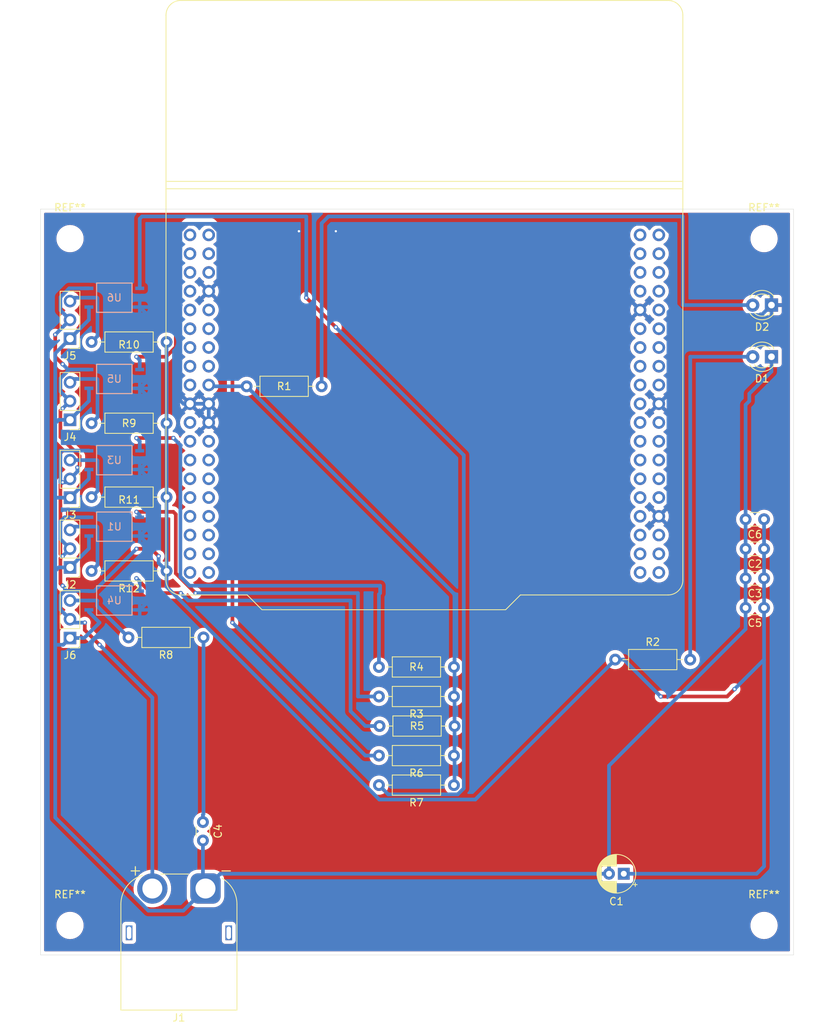
<source format=kicad_pcb>
(kicad_pcb (version 20240108) (generator "pcbnew") (generator_version "8.0")
  (layers (0 "F.Cu" signal) (31 "B.Cu" signal) (34 "B.Paste" user) (35 "F.Paste" user) (36 "B.SilkS" user "B.Silkscreen") (37 "F.SilkS" user "F.Silkscreen") (38 "B.Mask" user) (39 "F.Mask" user) (44 "Edge.Cuts" user))
  (net 0 "")
  (net 1 "VCC")
  (net 2 "GND1")
  (net 3 "Net-(D1-A)")
  (net 4 "GND")
  (net 5 "Net-(D2-A)")
  (net 6 "servo1")
  (net 7 "servo2")
  (net 8 "servo4")
  (net 9 "servo5")
  (net 10 "servo3")
  (net 11 "+5V")
  (net 12 "Net-(R3-Pad2)")
  (net 13 "Net-(R4-Pad2)")
  (net 14 "Net-(R5-Pad2)")
  (net 15 "Net-(R6-Pad2)")
  (net 16 "Net-(R7-Pad2)")
  (net 17 "B6")
  (net 29 "C6")
  (net 32 "B9")
  (net 56 "B8")
  (net 62 "B7")
  (net 77 "Net-(C4-Pad1)")
  (footprint "Resistor_THT:R_Axial_DIN0207_L6.3mm_D2.5mm_P10.16mm_Horizontal" (layer "F.Cu") (at 116.92 81)
    (property "Reference" "R1" (at 5.08 0 360) (layer "F.SilkS"))
    (property "Value" "220")
    (pad "1" thru_hole circle (at 0 0) (size 1.6 1.6) (drill 0.8) (layers "*.Cu" "*.Mask") (net 11 "+5V"))
    (pad "2" thru_hole oval (at 10.16 0) (size 1.6 1.6) (drill 0.8) (layers "*.Cu" "*.Mask") (net 5 "Net-(D2-A)"))
  )
  (footprint "Connector_PinHeader_2.54mm:PinHeader_1x03_P2.54mm_Vertical" (layer "F.Cu") (at 93 74.54 180)
    (property "Reference" "J5" (at 0 -2.33 360) (layer "F.SilkS"))
    (property "Value" "Conn_01x03")
    (pad "1" thru_hole rect (at 0 0 180) (size 1.7 1.7) (drill 1) (layers "*.Cu" "*.Mask") (net 2 "GND1"))
    (pad "2" thru_hole oval (at 0 2.54 180) (size 1.7 1.7) (drill 1) (layers "*.Cu" "*.Mask") (net 1 "VCC"))
    (pad "3" thru_hole oval (at 0 5.08 180) (size 1.7 1.7) (drill 1) (layers "*.Cu" "*.Mask") (net 9 "servo5"))
  )
  (footprint "MountingHole:MountingHole_3.2mm_M3" (layer "F.Cu") (at 93 61)
    (property "Reference" "REF**" (at 0 -4.2 0) (layer "F.SilkS"))
    (property "Value" "MountingHole_3.2mm_M3")
    (pad "" np_thru_hole circle (at 0 0) (size 3.2 3.2) (drill 3.2) (layers "*.Cu" "*.Mask"))
  )
  (footprint "NUCLEO_F446RE:STM32F446RE_Nucleo" (layer "F.Cu") (at 139.914214 81.664214)
    (property "Reference" "U2" (hide yes))
    (property "Value" "~" (hide yes))
    (pad "1" thru_hole circle (at -28.124214 -5.924214) (size 1.7 1.7) (drill 1) (layers "*.Cu" "*.Mask"))
    (pad "2" thru_hole circle (at -30.664214 -13.544214) (size 1.7 1.7) (drill 1) (layers "*.Cu" "*.Mask"))
    (pad "3" thru_hole circle (at -28.124214 -8.464214) (size 1.7 1.7) (drill 1) (layers "*.Cu" "*.Mask"))
    (pad "4" thru_hole circle (at 30.295786 -13.544214) (size 1.7 1.7) (drill 1) (layers "*.Cu" "*.Mask"))
    (pad "5" thru_hole circle (at -30.664214 -16.084214) (size 1.7 1.7) (drill 1) (layers "*.Cu" "*.Mask"))
    (pad "6" thru_hole circle (at -30.664214 19.475786) (size 1.7 1.7) (drill 1) (layers "*.Cu" "*.Mask"))
    (pad "7" thru_hole circle (at -28.124214 6.775786) (size 1.7 1.7) (drill 1) (layers "*.Cu" "*.Mask"))
    (pad "8" thru_hole circle (at 32.835786 -13.544214) (size 1.7 1.7) (drill 1) (layers "*.Cu" "*.Mask"))
    (pad "9" thru_hole circle (at -28.124214 -16.084214) (size 1.7 1.7) (drill 1) (layers "*.Cu" "*.Mask"))
    (pad "10" thru_hole circle (at -28.124214 -0.844214) (size 1.7 1.7) (drill 1) (layers "*.Cu" "*.Mask") (net 11 "+5V"))
    (pad "11" thru_hole circle (at -28.124214 -3.384214) (size 1.7 1.7) (drill 1) (layers "*.Cu" "*.Mask"))
    (pad "12" thru_hole circle (at -28.124214 11.855786) (size 1.7 1.7) (drill 1) (layers "*.Cu" "*.Mask"))
    (pad "13" thru_hole circle (at -28.124214 14.395786) (size 1.7 1.7) (drill 1) (layers "*.Cu" "*.Mask"))
    (pad "14" thru_hole circle (at 30.295786 22.015786) (size 1.7 1.7) (drill 1) (layers "*.Cu" "*.Mask"))
    (pad "15" thru_hole circle (at 30.295786 24.555786) (size 1.7 1.7) (drill 1) (layers "*.Cu" "*.Mask"))
    (pad "16" thru_hole circle (at -28.124214 16.935786) (size 1.7 1.7) (drill 1) (layers "*.Cu" "*.Mask"))
    (pad "17" thru_hole circle (at 30.295786 -8.464214) (size 1.7 1.7) (drill 1) (layers "*.Cu" "*.Mask"))
    (pad "18" thru_hole circle (at 30.295786 -5.924214) (size 1.7 1.7) (drill 1) (layers "*.Cu" "*.Mask"))
    (pad "19" thru_hole circle (at 30.295786 -3.384214) (size 1.7 1.7) (drill 1) (layers "*.Cu" "*.Mask"))
    (pad "20" thru_hole circle (at 30.295786 6.775786) (size 1.7 1.7) (drill 1) (layers "*.Cu" "*.Mask"))
    (pad "21" thru_hole circle (at 30.295786 4.235786) (size 1.7 1.7) (drill 1) (layers "*.Cu" "*.Mask"))
    (pad "22" thru_hole circle (at 30.295786 19.475786) (size 1.7 1.7) (drill 1) (layers "*.Cu" "*.Mask"))
    (pad "23" thru_hole circle (at 32.835786 -5.924214) (size 1.7 1.7) (drill 1) (layers "*.Cu" "*.Mask"))
    (pad "24" thru_hole circle (at 32.835786 -8.464214) (size 1.7 1.7) (drill 1) (layers "*.Cu" "*.Mask"))
    (pad "25" thru_hole circle (at -30.664214 -5.924214) (size 1.7 1.7) (drill 1) (layers "*.Cu" "*.Mask"))
    (pad "26" thru_hole circle (at -30.664214 -3.384214) (size 1.7 1.7) (drill 1) (layers "*.Cu" "*.Mask"))
    (pad "27" thru_hole circle (at -30.664214 -0.844214) (size 1.7 1.7) (drill 1) (layers "*.Cu" "*.Mask"))
    (pad "28" thru_hole circle (at -28.124214 -18.624214) (size 1.7 1.7) (drill 1) (layers "*.Cu" "*.Mask"))
    (pad "29" thru_hole circle (at -30.664214 14.395786) (size 1.7 1.7) (drill 1) (layers "*.Cu" "*.Mask"))
    (pad "30" thru_hole circle (at -30.664214 16.935786) (size 1.7 1.7) (drill 1) (layers "*.Cu" "*.Mask"))
    (pad "31" thru_hole circle (at -28.124214 19.475786) (size 1.7 1.7) (drill 1) (layers "*.Cu" "*.Mask"))
    (pad "32" thru_hole circle (at 32.835786 6.775786) (size 1.7 1.7) (drill 1) (layers "*.Cu" "*.Mask"))
    (pad "33" thru_hole circle (at 32.835786 4.235786) (size 1.7 1.7) (drill 1) (layers "*.Cu" "*.Mask"))
    (pad "34" thru_hole circle (at 30.295786 16.935786) (size 1.7 1.7) (drill 1) (layers "*.Cu" "*.Mask"))
    (pad "35" thru_hole circle (at 30.295786 11.855786) (size 1.7 1.7) (drill 1) (layers "*.Cu" "*.Mask"))
    (pad "36" thru_hole circle (at 30.295786 14.395786) (size 1.7 1.7) (drill 1) (layers "*.Cu" "*.Mask"))
    (pad "37" thru_hole circle (at 30.295786 -0.844214) (size 1.7 1.7) (drill 1) (layers "*.Cu" "*.Mask") (net 17 "B6"))
    (pad "38" thru_hole circle (at -30.664214 4.235786) (size 1.7 1.7) (drill 1) (layers "*.Cu" "*.Mask") (net 62 "B7"))
    (pad "39" thru_hole circle (at 30.295786 -18.624214) (size 1.7 1.7) (drill 1) (layers "*.Cu" "*.Mask") (net 56 "B8"))
    (pad "40" thru_hole circle (at 30.295786 -16.084214) (size 1.7 1.7) (drill 1) (layers "*.Cu" "*.Mask") (net 32 "B9"))
    (pad "41" thru_hole circle (at 30.295786 9.315786) (size 1.7 1.7) (drill 1) (layers "*.Cu" "*.Mask"))
    (pad "42" thru_hole circle (at 32.835786 -3.384214) (size 1.7 1.7) (drill 1) (layers "*.Cu" "*.Mask"))
    (pad "43" thru_hole circle (at 32.835786 14.395786) (size 1.7 1.7) (drill 1) (layers "*.Cu" "*.Mask"))
    (pad "44" thru_hole circle (at 32.835786 11.855786) (size 1.7 1.7) (drill 1) (layers "*.Cu" "*.Mask"))
    (pad "45" thru_hole circle (at 32.835786 9.315786) (size 1.7 1.7) (drill 1) (layers "*.Cu" "*.Mask"))
    (pad "46" thru_hole circle (at -28.124214 24.555786) (size 1.7 1.7) (drill 1) (layers "*.Cu" "*.Mask"))
    (pad "47" thru_hole circle (at -28.124214 22.015786) (size 1.7 1.7) (drill 1) (layers "*.Cu" "*.Mask"))
    (pad "48" thru_hole circle (at -30.664214 22.015786) (size 1.7 1.7) (drill 1) (layers "*.Cu" "*.Mask"))
    (pad "49" thru_hole circle (at -30.664214 24.555786) (size 1.7 1.7) (drill 1) (layers "*.Cu" "*.Mask"))
    (pad "50" thru_hole circle (at 32.835786 19.475786) (size 1.7 1.7) (drill 1) (layers "*.Cu" "*.Mask"))
    (pad "51" thru_hole circle (at 32.835786 -16.084214) (size 1.7 1.7) (drill 1) (layers "*.Cu" "*.Mask"))
    (pad "52" thru_hole circle (at 32.835786 -18.624214) (size 1.7 1.7) (drill 1) (layers "*.Cu" "*.Mask") (net 29 "C6"))
    (pad "53" thru_hole circle (at 30.295786 1.695786) (size 1.7 1.7) (drill 1) (layers "*.Cu" "*.Mask"))
    (pad "54" thru_hole circle (at 32.835786 -21.164214) (size 1.7 1.7) (drill 1) (layers "*.Cu" "*.Mask"))
    (pad "55" thru_hole circle (at 30.295786 -21.164214) (size 1.7 1.7) (drill 1) (layers "*.Cu" "*.Mask"))
    (pad "56" thru_hole circle (at -30.664214 -21.164214) (size 1.7 1.7) (drill 1) (layers "*.Cu" "*.Mask"))
    (pad "57" thru_hole circle (at -28.124214 -21.164214) (size 1.7 1.7) (drill 1) (layers "*.Cu" "*.Mask"))
    (pad "58" thru_hole circle (at -30.664214 -18.624214) (size 1.7 1.7) (drill 1) (layers "*.Cu" "*.Mask"))
    (pad "59" thru_hole circle (at -30.664214 6.775786) (size 1.7 1.7) (drill 1) (layers "*.Cu" "*.Mask"))
    (pad "60" thru_hole circle (at -30.664214 9.315786) (size 1.7 1.7) (drill 1) (layers "*.Cu" "*.Mask"))
    (pad "61" thru_hole circle (at -30.664214 11.855786) (size 1.7 1.7) (drill 1) (layers "*.Cu" "*.Mask"))
    (pad "62" thru_hole circle (at -30.664214 1.695786) (size 1.7 1.7) (drill 1) (layers "*.Cu" "*.Mask") (net 4 "GND"))
    (pad "62" thru_hole circle (at -28.124214 -13.544214) (size 1.7 1.7) (drill 1) (layers "*.Cu" "*.Mask") (net 4 "GND"))
    (pad "62" thru_hole circle (at -28.124214 1.695786) (size 1.7 1.7) (drill 1) (layers "*.Cu" "*.Mask") (net 4 "GND"))
    (pad "62" thru_hole circle (at -28.124214 4.235786) (size 1.7 1.7) (drill 1) (layers "*.Cu" "*.Mask") (net 4 "GND"))
    (pad "62" thru_hole circle (at 30.295786 -11.004214) (size 1.7 1.7) (drill 1) (layers "*.Cu" "*.Mask") (net 4 "GND"))
    (pad "62" thru_hole circle (at 32.835786 1.695786) (size 1.7 1.7) (drill 1) (layers "*.Cu" "*.Mask") (net 4 "GND"))
    (pad "62" thru_hole circle (at 32.835786 16.935786) (size 1.7 1.7) (drill 1) (layers "*.Cu" "*.Mask") (net 4 "GND"))
    (pad "63" thru_hole circle (at -30.664214 -8.464214) (size 1.7 1.7) (drill 1) (layers "*.Cu" "*.Mask"))
    (pad "64" thru_hole circle (at -28.124214 -11.004214) (size 1.7 1.7) (drill 1) (layers "*.Cu" "*.Mask"))
    (pad "65" thru_hole circle (at -30.664214 -11.004214) (size 1.7 1.7) (drill 1) (layers "*.Cu" "*.Mask"))
    (pad "66" thru_hole circle (at -28.124214 9.315786) (size 1.7 1.7) (drill 1) (layers "*.Cu" "*.Mask"))
    (pad "67" thru_hole circle (at 32.835786 -11.004214) (size 1.7 1.7) (drill 1) (layers "*.Cu" "*.Mask"))
    (pad "68" thru_hole circle (at 32.835786 -0.844214) (size 1.7 1.7) (drill 1) (layers "*.Cu" "*.Mask"))
    (pad "69" thru_hole circle (at 32.835786 22.015786) (size 1.7 1.7) (drill 1) (layers "*.Cu" "*.Mask"))
    (pad "70" thru_hole circle (at 32.835786 24.555786) (size 1.7 1.7) (drill 1) (layers "*.Cu" "*.Mask"))
  )
  (footprint "LED_THT:LED_D3.0mm" (layer "F.Cu") (at 188 70 180)
    (property "Reference" "D2" (at 1.27 -2.96 360) (layer "F.SilkS"))
    (property "Value" "LED")
    (pad "1" thru_hole rect (at 0 0 180) (size 1.8 1.8) (drill 0.9) (layers "*.Cu" "*.Mask") (net 4 "GND"))
    (pad "2" thru_hole circle (at 2.54 0 180) (size 1.8 1.8) (drill 0.9) (layers "*.Cu" "*.Mask") (net 5 "Net-(D2-A)"))
  )
  (footprint "Capacitor_THT:C_Disc_D3.0mm_W1.6mm_P2.50mm" (layer "F.Cu") (at 187 103 180)
    (property "Reference" "C2" (at 1.25 -2.05 360) (layer "F.SilkS"))
    (property "Value" "0.1u")
    (pad "1" thru_hole circle (at 0 0 180) (size 1.6 1.6) (drill 0.8) (layers "*.Cu" "*.Mask") (net 1 "VCC"))
    (pad "2" thru_hole circle (at 2.5 0 180) (size 1.6 1.6) (drill 0.8) (layers "*.Cu" "*.Mask") (net 2 "GND1"))
  )
  (footprint "Resistor_THT:R_Axial_DIN0207_L6.3mm_D2.5mm_P10.16mm_Horizontal" (layer "F.Cu") (at 145 131 180)
    (property "Reference" "R6" (at 5.08 -2.37 360) (layer "F.SilkS"))
    (property "Value" "220")
    (pad "1" thru_hole circle (at 0 0 180) (size 1.6 1.6) (drill 0.8) (layers "*.Cu" "*.Mask") (net 11 "+5V"))
    (pad "2" thru_hole oval (at 10.16 0 180) (size 1.6 1.6) (drill 0.8) (layers "*.Cu" "*.Mask") (net 15 "Net-(R6-Pad2)"))
  )
  (footprint "MountingHole:MountingHole_3.2mm_M3" (layer "F.Cu") (at 187 154)
    (property "Reference" "REF**" (at 0 -4.2 0) (layer "F.SilkS"))
    (property "Value" "MountingHole_3.2mm_M3")
    (pad "" np_thru_hole circle (at 0 0) (size 3.2 3.2) (drill 3.2) (layers "*.Cu" "*.Mask"))
  )
  (footprint "Resistor_THT:R_Axial_DIN0207_L6.3mm_D2.5mm_P10.16mm_Horizontal" (layer "F.Cu") (at 145.08 127 180)
    (property "Reference" "R5" (at 5.08 0 360) (layer "F.SilkS"))
    (property "Value" "220")
    (pad "1" thru_hole circle (at 0 0 180) (size 1.6 1.6) (drill 0.8) (layers "*.Cu" "*.Mask") (net 11 "+5V"))
    (pad "2" thru_hole oval (at 10.16 0 180) (size 1.6 1.6) (drill 0.8) (layers "*.Cu" "*.Mask") (net 14 "Net-(R5-Pad2)"))
  )
  (footprint "Capacitor_THT:C_Disc_D3.0mm_W1.6mm_P2.50mm" (layer "F.Cu") (at 187 111 180)
    (property "Reference" "C5" (at 1.25 -2.05 360) (layer "F.SilkS"))
    (property "Value" "0.1u")
    (pad "1" thru_hole circle (at 0 0 180) (size 1.6 1.6) (drill 0.8) (layers "*.Cu" "*.Mask") (net 1 "VCC"))
    (pad "2" thru_hole circle (at 2.5 0 180) (size 1.6 1.6) (drill 0.8) (layers "*.Cu" "*.Mask") (net 2 "GND1"))
  )
  (footprint "Resistor_THT:R_Axial_DIN0207_L6.3mm_D2.5mm_P10.16mm_Horizontal" (layer "F.Cu") (at 145 123 180)
    (property "Reference" "R3" (at 5.08 -2.37 360) (layer "F.SilkS"))
    (property "Value" "220")
    (pad "1" thru_hole circle (at 0 0 180) (size 1.6 1.6) (drill 0.8) (layers "*.Cu" "*.Mask") (net 11 "+5V"))
    (pad "2" thru_hole oval (at 10.16 0 180) (size 1.6 1.6) (drill 0.8) (layers "*.Cu" "*.Mask") (net 12 "Net-(R3-Pad2)"))
  )
  (footprint "Connector_PinHeader_2.54mm:PinHeader_1x03_P2.54mm_Vertical" (layer "F.Cu") (at 93 115.08 180)
    (property "Reference" "J6" (at 0 -2.33 360) (layer "F.SilkS"))
    (property "Value" "Conn_01x03")
    (pad "1" thru_hole rect (at 0 0 180) (size 1.7 1.7) (drill 1) (layers "*.Cu" "*.Mask") (net 2 "GND1"))
    (pad "2" thru_hole oval (at 0 2.54 180) (size 1.7 1.7) (drill 1) (layers "*.Cu" "*.Mask") (net 1 "VCC"))
    (pad "3" thru_hole oval (at 0 5.08 180) (size 1.7 1.7) (drill 1) (layers "*.Cu" "*.Mask") (net 10 "servo3"))
  )
  (footprint "MountingHole:MountingHole_3.2mm_M3" (layer "F.Cu") (at 187 61)
    (property "Reference" "REF**" (at 0 -4.2 0) (layer "F.SilkS"))
    (property "Value" "MountingHole_3.2mm_M3")
    (pad "" np_thru_hole circle (at 0 0) (size 3.2 3.2) (drill 3.2) (layers "*.Cu" "*.Mask"))
  )
  (footprint "Connector_AMASS:AMASS_XT60PW-M_1x02_P7.20mm_Horizontal" (layer "F.Cu") (at 111.35 149 180)
    (property "Reference" "J1" (at 3.6 -17.5 360) (layer "F.SilkS"))
    (property "Value" "Conn_01x02")
    (fp_text user "+" (at 9.5 2.5 360) (layer "F.SilkS") (effects (font (size 1.5 1.5))))
    (fp_text user "-" (at -2.8 2.5 360) (layer "F.SilkS") (effects (font (size 1.5 1.5))))
    (pad "" thru_hole rect (at -3.15 -6 180) (size 0.9 2) (drill oval 0.6 1.7) (layers "*.Cu" "*.Mask"))
    (pad "" thru_hole rect (at 10.35 -6 180) (size 0.9 2) (drill oval 0.6 1.7) (layers "*.Cu" "*.Mask"))
    (pad "1" thru_hole roundrect (at 0 0 180) (size 4.1 4.1) (drill 2.7) (layers "*.Cu" "*.Mask") (net 2 "GND1"))
    (pad "2" thru_hole circle (at 7.2 0 180) (size 4.1 4.1) (drill 2.7) (layers "*.Cu" "*.Mask") (net 1 "VCC"))
  )
  (footprint "Connector_PinHeader_2.54mm:PinHeader_1x03_P2.54mm_Vertical" (layer "F.Cu") (at 93 96.08 180)
    (property "Reference" "J3" (at 0 -2.33 360) (layer "F.SilkS"))
    (property "Value" "Conn_01x03")
    (pad "1" thru_hole rect (at 0 0 180) (size 1.7 1.7) (drill 1) (layers "*.Cu" "*.Mask") (net 2 "GND1"))
    (pad "2" thru_hole oval (at 0 2.54 180) (size 1.7 1.7) (drill 1) (layers "*.Cu" "*.Mask") (net 1 "VCC"))
    (pad "3" thru_hole oval (at 0 5.08 180) (size 1.7 1.7) (drill 1) (layers "*.Cu" "*.Mask") (net 7 "servo2"))
  )
  (footprint "Resistor_THT:R_Axial_DIN0207_L6.3mm_D2.5mm_P10.16mm_Horizontal" (layer "F.Cu") (at 145 119 180)
    (property "Reference" "R4" (at 5.08 0 360) (layer "F.SilkS"))
    (property "Value" "220")
    (pad "1" thru_hole circle (at 0 0 180) (size 1.6 1.6) (drill 0.8) (layers "*.Cu" "*.Mask") (net 11 "+5V"))
    (pad "2" thru_hole oval (at 10.16 0 180) (size 1.6 1.6) (drill 0.8) (layers "*.Cu" "*.Mask") (net 13 "Net-(R4-Pad2)"))
  )
  (footprint "Resistor_THT:R_Axial_DIN0207_L6.3mm_D2.5mm_P10.16mm_Horizontal" (layer "F.Cu") (at 106.08 75 180)
    (property "Reference" "R10" (at 5.08 -0.37 360) (layer "F.SilkS"))
    (property "Value" "2k")
    (pad "1" thru_hole circle (at 0 0 180) (size 1.6 1.6) (drill 0.8) (layers "*.Cu" "*.Mask") (net 1 "VCC"))
    (pad "2" thru_hole oval (at 10.16 0 180) (size 1.6 1.6) (drill 0.8) (layers "*.Cu" "*.Mask") (net 9 "servo5"))
  )
  (footprint "Resistor_THT:R_Axial_DIN0207_L6.3mm_D2.5mm_P10.16mm_Horizontal" (layer "F.Cu") (at 166.84 118)
    (property "Reference" "R2" (at 5.08 -2.37 360) (layer "F.SilkS"))
    (property "Value" "220")
    (pad "1" thru_hole circle (at 0 0) (size 1.6 1.6) (drill 0.8) (layers "*.Cu" "*.Mask") (net 1 "VCC"))
    (pad "2" thru_hole oval (at 10.16 0) (size 1.6 1.6) (drill 0.8) (layers "*.Cu" "*.Mask") (net 3 "Net-(D1-A)"))
  )
  (footprint "Connector_PinHeader_2.54mm:PinHeader_1x03_P2.54mm_Vertical" (layer "F.Cu") (at 93 85.54 180)
    (property "Reference" "J4" (at 0 -2.33 360) (layer "F.SilkS"))
    (property "Value" "Conn_01x03")
    (pad "1" thru_hole rect (at 0 0 180) (size 1.7 1.7) (drill 1) (layers "*.Cu" "*.Mask") (net 2 "GND1"))
    (pad "2" thru_hole oval (at 0 2.54 180) (size 1.7 1.7) (drill 1) (layers "*.Cu" "*.Mask") (net 1 "VCC"))
    (pad "3" thru_hole oval (at 0 5.08 180) (size 1.7 1.7) (drill 1) (layers "*.Cu" "*.Mask") (net 8 "servo4"))
  )
  (footprint "Capacitor_THT:C_Disc_D3.0mm_W1.6mm_P2.50mm" (layer "F.Cu") (at 187 107 180)
    (property "Reference" "C3" (at 1.25 -2.05 360) (layer "F.SilkS"))
    (property "Value" "0.1u")
    (pad "1" thru_hole circle (at 0 0 180) (size 1.6 1.6) (drill 0.8) (layers "*.Cu" "*.Mask") (net 1 "VCC"))
    (pad "2" thru_hole circle (at 2.5 0 180) (size 1.6 1.6) (drill 0.8) (layers "*.Cu" "*.Mask") (net 2 "GND1"))
  )
  (footprint "Capacitor_THT:CP_Radial_D5.0mm_P2.00mm" (layer "F.Cu") (at 168 147 180)
    (property "Reference" "C1" (at 1 -3.75 360) (layer "F.SilkS"))
    (property "Value" "330μf")
    (pad "1" thru_hole rect (at 0 0 180) (size 1.6 1.6) (drill 0.8) (layers "*.Cu" "*.Mask") (net 1 "VCC"))
    (pad "2" thru_hole circle (at 2 0 180) (size 1.6 1.6) (drill 0.8) (layers "*.Cu" "*.Mask") (net 2 "GND1"))
  )
  (footprint "Resistor_THT:R_Axial_DIN0207_L6.3mm_D2.5mm_P10.16mm_Horizontal" (layer "F.Cu") (at 111.08 115 180)
    (property "Reference" "R8" (at 5.08 -2.37 360) (layer "F.SilkS"))
    (property "Value" "2k")
    (pad "1" thru_hole circle (at 0 0 180) (size 1.6 1.6) (drill 0.8) (layers "*.Cu" "*.Mask") (net 77 "Net-(C4-Pad1)"))
    (pad "2" thru_hole oval (at 10.16 0 180) (size 1.6 1.6) (drill 0.8) (layers "*.Cu" "*.Mask") (net 10 "servo3"))
  )
  (footprint "Connector_PinHeader_2.54mm:PinHeader_1x03_P2.54mm_Vertical" (layer "F.Cu") (at 93 105.525 180)
    (property "Reference" "J2" (at 0 -2.33 360) (layer "F.SilkS"))
    (property "Value" "Conn_01x03")
    (pad "1" thru_hole rect (at 0 0 180) (size 1.7 1.7) (drill 1) (layers "*.Cu" "*.Mask") (net 2 "GND1"))
    (pad "2" thru_hole oval (at 0 2.54 180) (size 1.7 1.7) (drill 1) (layers "*.Cu" "*.Mask") (net 1 "VCC"))
    (pad "3" thru_hole oval (at 0 5.08 180) (size 1.7 1.7) (drill 1) (layers "*.Cu" "*.Mask") (net 6 "servo1"))
  )
  (footprint "Resistor_THT:R_Axial_DIN0207_L6.3mm_D2.5mm_P10.16mm_Horizontal" (layer "F.Cu") (at 106.08 106 180)
    (property "Reference" "R12" (at 5.08 -2.37 360) (layer "F.SilkS"))
    (property "Value" "2k")
    (pad "1" thru_hole circle (at 0 0 180) (size 1.6 1.6) (drill 0.8) (layers "*.Cu" "*.Mask") (net 1 "VCC"))
    (pad "2" thru_hole oval (at 10.16 0 180) (size 1.6 1.6) (drill 0.8) (layers "*.Cu" "*.Mask") (net 6 "servo1"))
  )
  (footprint "LED_THT:LED_D3.0mm" (layer "F.Cu") (at 188 77 180)
    (property "Reference" "D1" (at 1.27 -2.96 360) (layer "F.SilkS"))
    (property "Value" "LED3")
    (pad "1" thru_hole rect (at 0 0 180) (size 1.8 1.8) (drill 0.9) (layers "*.Cu" "*.Mask") (net 2 "GND1"))
    (pad "2" thru_hole circle (at 2.54 0 180) (size 1.8 1.8) (drill 0.9) (layers "*.Cu" "*.Mask") (net 3 "Net-(D1-A)"))
  )
  (footprint "Resistor_THT:R_Axial_DIN0207_L6.3mm_D2.5mm_P10.16mm_Horizontal" (layer "F.Cu") (at 145 135 180)
    (property "Reference" "R7" (at 5.08 -2.37 360) (layer "F.SilkS"))
    (property "Value" "220")
    (pad "1" thru_hole circle (at 0 0 180) (size 1.6 1.6) (drill 0.8) (layers "*.Cu" "*.Mask") (net 11 "+5V"))
    (pad "2" thru_hole oval (at 10.16 0 180) (size 1.6 1.6) (drill 0.8) (layers "*.Cu" "*.Mask") (net 16 "Net-(R7-Pad2)"))
  )
  (footprint "MountingHole:MountingHole_3.2mm_M3" (layer "F.Cu") (at 93 154)
    (property "Reference" "REF**" (at 0 -4.2 0) (layer "F.SilkS"))
    (property "Value" "MountingHole_3.2mm_M3")
    (pad "" np_thru_hole circle (at 0 0) (size 3.2 3.2) (drill 3.2) (layers "*.Cu" "*.Mask"))
  )
  (footprint "Capacitor_THT:C_Disc_D3.0mm_W1.6mm_P2.50mm" (layer "F.Cu") (at 111 140 -90)
    (property "Reference" "C4" (at 1.25 -2.05 90) (layer "F.SilkS"))
    (property "Value" "0.1u")
    (pad "1" thru_hole circle (at 0 0 270) (size 1.6 1.6) (drill 0.8) (layers "*.Cu" "*.Mask") (net 77 "Net-(C4-Pad1)"))
    (pad "2" thru_hole circle (at 2.5 0 270) (size 1.6 1.6) (drill 0.8) (layers "*.Cu" "*.Mask") (net 2 "GND1"))
  )
  (footprint "Resistor_THT:R_Axial_DIN0207_L6.3mm_D2.5mm_P10.16mm_Horizontal" (layer "F.Cu") (at 106.08 96 180)
    (property "Reference" "R11" (at 5.08 -0.37 360) (layer "F.SilkS"))
    (property "Value" "2k")
    (pad "1" thru_hole circle (at 0 0 180) (size 1.6 1.6) (drill 0.8) (layers "*.Cu" "*.Mask") (net 1 "VCC"))
    (pad "2" thru_hole oval (at 10.16 0 180) (size 1.6 1.6) (drill 0.8) (layers "*.Cu" "*.Mask") (net 7 "servo2"))
  )
  (footprint "Resistor_THT:R_Axial_DIN0207_L6.3mm_D2.5mm_P10.16mm_Horizontal" (layer "F.Cu") (at 106.08 86 180)
    (property "Reference" "R9" (at 5.08 0 360) (layer "F.SilkS"))
    (property "Value" "2k")
    (pad "1" thru_hole circle (at 0 0 180) (size 1.6 1.6) (drill 0.8) (layers "*.Cu" "*.Mask") (net 1 "VCC"))
    (pad "2" thru_hole oval (at 10.16 0 180) (size 1.6 1.6) (drill 0.8) (layers "*.Cu" "*.Mask") (net 8 "servo4"))
  )
  (footprint "Capacitor_THT:C_Disc_D3.0mm_W1.6mm_P2.50mm" (layer "F.Cu") (at 187 99 180)
    (property "Reference" "C6" (at 1.25 -2.05 360) (layer "F.SilkS"))
    (property "Value" "0.1u")
    (pad "1" thru_hole circle (at 0 0 180) (size 1.6 1.6) (drill 0.8) (layers "*.Cu" "*.Mask") (net 1 "VCC"))
    (pad "2" thru_hole circle (at 2.5 0 180) (size 1.6 1.6) (drill 0.8) (layers "*.Cu" "*.Mask") (net 2 "GND1"))
  )
  (footprint "footprints:5pin SO6_TOS" (layer "B.Cu") (at 99 110 180)
    (property "Reference" "U4" (at 0 0 0) (layer "B.SilkS") (effects (justify mirror)))
    (property "Value" "TLP2304")
    (pad "1" smd rect (at -3.4417 1.27 180) (size 1.208024 0.466344) (layers "B.Cu" "B.Paste" "B.Mask") (net 14 "Net-(R5-Pad2)"))
    (pad "3" smd rect (at -3.4417 -1.27 180) (size 1.208024 0.466344) (layers "B.Cu" "B.Paste" "B.Mask") (net 4 "GND"))
    (pad "4" smd rect (at 3.4417 -1.27 180) (size 1.208024 0.466344) (layers "B.Cu" "B.Paste" "B.Mask") (net 2 "GND1"))
    (pad "5" smd rect (at 3.4417 0 180) (size 1.208024 0.466344) (layers "B.Cu" "B.Paste" "B.Mask") (net 10 "servo3"))
    (pad "6" smd rect (at 3.4417 1.27 180) (size 1.208024 0.466344) (layers "B.Cu" "B.Paste" "B.Mask") (net 1 "VCC"))
  )
  (footprint "footprints:5pin SO6_TOS" (layer "B.Cu") (at 99 69 180)
    (property "Reference" "U6" (at 0 0 0) (layer "B.SilkS") (effects (justify mirror)))
    (property "Value" "TLP2304")
    (pad "1" smd rect (at -3.4417 1.27 180) (size 1.208024 0.466344) (layers "B.Cu" "B.Paste" "B.Mask") (net 16 "Net-(R7-Pad2)"))
    (pad "3" smd rect (at -3.4417 -1.27 180) (size 1.208024 0.466344) (layers "B.Cu" "B.Paste" "B.Mask") (net 4 "GND"))
    (pad "4" smd rect (at 3.4417 -1.27 180) (size 1.208024 0.466344) (layers "B.Cu" "B.Paste" "B.Mask") (net 2 "GND1"))
    (pad "5" smd rect (at 3.4417 0 180) (size 1.208024 0.466344) (layers "B.Cu" "B.Paste" "B.Mask") (net 9 "servo5"))
    (pad "6" smd rect (at 3.4417 1.27 180) (size 1.208024 0.466344) (layers "B.Cu" "B.Paste" "B.Mask") (net 1 "VCC"))
  )
  (footprint "footprints:5pin SO6_TOS" (layer "B.Cu") (at 99 80 180)
    (property "Reference" "U5" (at 0 0 0) (layer "B.SilkS") (effects (justify mirror)))
    (property "Value" "TLP2304")
    (pad "1" smd rect (at -3.4417 1.27 180) (size 1.208024 0.466344) (layers "B.Cu" "B.Paste" "B.Mask") (net 15 "Net-(R6-Pad2)"))
    (pad "3" smd rect (at -3.4417 -1.27 180) (size 1.208024 0.466344) (layers "B.Cu" "B.Paste" "B.Mask") (net 4 "GND"))
    (pad "4" smd rect (at 3.4417 -1.27 180) (size 1.208024 0.466344) (layers "B.Cu" "B.Paste" "B.Mask") (net 2 "GND1"))
    (pad "5" smd rect (at 3.4417 0 180) (size 1.208024 0.466344) (layers "B.Cu" "B.Paste" "B.Mask") (net 8 "servo4"))
    (pad "6" smd rect (at 3.4417 1.27 180) (size 1.208024 0.466344) (layers "B.Cu" "B.Paste" "B.Mask") (net 1 "VCC"))
  )
  (footprint "footprints:5pin SO6_TOS" (layer "B.Cu") (at 99 91 180)
    (property "Reference" "U3" (at 0 0 0) (layer "B.SilkS") (effects (justify mirror)))
    (property "Value" "TLP2304")
    (pad "1" smd rect (at -3.4417 1.27 180) (size 1.208024 0.466344) (layers "B.Cu" "B.Paste" "B.Mask") (net 13 "Net-(R4-Pad2)"))
    (pad "3" smd rect (at -3.4417 -1.27 180) (size 1.208024 0.466344) (layers "B.Cu" "B.Paste" "B.Mask") (net 4 "GND"))
    (pad "4" smd rect (at 3.4417 -1.27 180) (size 1.208024 0.466344) (layers "B.Cu" "B.Paste" "B.Mask") (net 2 "GND1"))
    (pad "5" smd rect (at 3.4417 0 180) (size 1.208024 0.466344) (layers "B.Cu" "B.Paste" "B.Mask") (net 7 "servo2"))
    (pad "6" smd rect (at 3.4417 1.27 180) (size 1.208024 0.466344) (layers "B.Cu" "B.Paste" "B.Mask") (net 1 "VCC"))
  )
  (footprint "footprints:5pin SO6_TOS" (layer "B.Cu") (at 99 100 180)
    (property "Reference" "U1" (at 0 0 0) (layer "B.SilkS") (effects (justify mirror)))
    (property "Value" "TLP2304")
    (pad "1" smd rect (at -3.4417 1.27 180) (size 1.208024 0.466344) (layers "B.Cu" "B.Paste" "B.Mask") (net 12 "Net-(R3-Pad2)"))
    (pad "3" smd rect (at -3.4417 -1.27 180) (size 1.208024 0.466344) (layers "B.Cu" "B.Paste" "B.Mask") (net 4 "GND"))
    (pad "4" smd rect (at 3.4417 -1.27 180) (size 1.208024 0.466344) (layers "B.Cu" "B.Paste" "B.Mask") (net 2 "GND1"))
    (pad "5" smd rect (at 3.4417 0 180) (size 1.208024 0.466344) (layers "B.Cu" "B.Paste" "B.Mask") (net 6 "servo1"))
    (pad "6" smd rect (at 3.4417 1.27 180) (size 1.208024 0.466344) (layers "B.Cu" "B.Paste" "B.Mask") (net 1 "VCC"))
  )
  (gr_rect (start 89 57) (end 191 158) (stroke (width 0.05)) (fill none) (layer "Edge.Cuts"))
  (segment (start 92 94) (end 91.7 94.3) (width 0.5) (layer "F.Cu") (net 1))
  (segment (start 97 116) (end 95 114) (width 0.5) (layer "F.Cu") (net 1))
  (segment (start 94.3 90.461522) (end 94.3 91.7) (width 0.5) (layer "F.Cu") (net 1))
  (segment (start 95 114) (end 95 113) (width 0.5) (layer "F.Cu") (net 1))
  (segment (start 94.3 91.7) (end 94 92) (width 0.5) (layer "F.Cu") (net 1))
  (segment (start 91.7 107.7) (end 91.7 104.3) (width 0.5) (layer "F.Cu") (net 1))
  (segment (start 102 103) (end 104 103) (width 0.5) (layer "F.Cu") (net 1))
  (segment (start 173 123) (end 182 123) (width 0.5) (layer "F.Cu") (net 1))
  (segment (start 92 78) (end 91 77) (width 0.5) (layer "F.Cu") (net 1))
  (segment (start 91.7 103.7) (end 92 104) (width 0.5) (layer "F.Cu") (net 1))
  (segment (start 91 77) (end 91 74) (width 0.5) (layer "F.Cu") (net 1))
  (segment (start 91.7 104.3) (end 92 104) (width 0.5) (layer "F.Cu") (net 1))
  (segment (start 104 103) (end 105 104) (width 0.5) (layer "F.Cu") (net 1))
  (segment (start 92 108) (end 91.7 107.7) (width 0.5) (layer "F.Cu") (net 1))
  (segment (start 182 123) (end 183 122) (width 0.5) (layer "F.Cu") (net 1))
  (segment (start 92 84) (end 91.7 84.3) (width 0.5) (layer "F.Cu") (net 1))
  (segment (start 91.7 94.3) (end 91.7 103.7) (width 0.5) (layer "F.Cu") (net 1))
  (segment (start 91.7 84.3) (end 91.7 87.861522) (width 0.5) (layer "F.Cu") (net 1))
  (segment (start 91.7 87.861522) (end 94.3 90.461522) (width 0.5) (layer "F.Cu") (net 1))
  (via (at 94 92) (size 0.6) (drill 0.3) (layers "F.Cu" "B.Cu") (net 1))
  (via (at 105 104) (size 0.6) (drill 0.3) (layers "F.Cu" "B.Cu") (net 1))
  (via (at 92 104) (size 0.6) (drill 0.3) (layers "F.Cu" "B.Cu") (net 1))
  (via (at 91 74) (size 0.6) (drill 0.3) (layers "F.Cu" "B.Cu") (net 1))
  (via (at 92 78) (size 0.6) (drill 0.3) (layers "F.Cu" "B.Cu") (net 1))
  (via (at 95 113) (size 0.6) (drill 0.3) (layers "F.Cu" "B.Cu") (net 1))
  (via (at 173 123) (size 0.6) (drill 0.3) (layers "F.Cu" "B.Cu") (net 1))
  (via (at 92 108) (size 0.6) (drill 0.3) (layers "F.Cu" "B.Cu") (net 1))
  (via (at 183 122) (size 0.6) (drill 0.3) (layers "F.Cu" "B.Cu") (net 1))
  (via (at 97 116) (size 0.6) (drill 0.3) (layers "F.Cu" "B.Cu") (net 1))
  (via (at 92 84) (size 0.6) (drill 0.3) (layers "F.Cu" "B.Cu") (net 1))
  (via (at 102 103) (size 0.6) (drill 0.3) (layers "F.Cu" "B.Cu") (net 1))
  (via (at 92 94) (size 0.6) (drill 0.3) (layers "F.Cu" "B.Cu") (net 1))
  (segment (start 95.5583 108.73) (end 95.5283 108.7) (width 0.5) (layer "B.Cu") (net 1))
  (segment (start 187 146) (end 186 147) (width 0.5) (layer "B.Cu") (net 1))
  (segment (start 91.7 68.921522) (end 91.7 70.7) (width 0.5) (layer "B.Cu") (net 1))
  (segment (start 186 147) (end 168 147) (width 0.5) (layer "B.Cu") (net 1))
  (segment (start 91.7 94) (end 92 94) (width 0.5) (layer "B.Cu") (net 1))
  (segment (start 94 92) (end 94 92.54) (width 0.5) (layer "B.Cu") (net 1))
  (segment (start 187 146) (end 187 118) (width 0.5) (layer "B.Cu") (net 1))
  (segment (start 92.27 98.73) (end 91.7 99.3) (width 0.5) (layer "B.Cu") (net 1))
  (segment (start 93.46 113) (end 93 112.54) (width 0.5) (layer "B.Cu") (net 1))
  (segment (start 92.3 108.7) (end 92.3 108.3) (width 0.5) (layer "B.Cu") (net 1))
  (segment (start 91.7 99.3) (end 91.7 101.685) (width 0.5) (layer "B.Cu") (net 1))
  (segment (start 104.15 149) (end 104.15 123.15) (width 0.5) (layer "B.Cu") (net 1))
  (segment (start 95.5283 108.7) (end 92.3 108.7) (width 0.5) (layer "B.Cu") (net 1))
  (segment (start 134.889339 136.95) (end 147.89 136.95) (width 0.5) (layer "B.Cu") (net 1))
  (segment (start 106.08 108.140661) (end 134.889339 136.95) (width 0.5) (layer "B.Cu") (net 1))
  (segment (start 166.84 118) (end 168 118) (width 0.5) (layer "B.Cu") (net 1))
  (segment (start 106.08 86) (end 106.08 96) (width 0.5) (layer "B.Cu") (net 1))
  (segment (start 92 104) (end 92 103.985) (width 0.5) (layer "B.Cu") (net 1))
  (segment (start 92.891522 67.73) (end 91.7 68.921522) (width 0.5) (layer "B.Cu") (net 1))
  (segment (start 92 94) (end 92.54 94) (width 0.5) (layer "B.Cu") (net 1))
  (segment (start 92.3 108.7) (end 91.7 109.3) (width 0.5) (layer "B.Cu") (net 1))
  (segment (start 168 118) (end 173 123) (width 0.5) (layer "B.Cu") (net 1))
  (segment (start 105 104.92) (end 106.08 106) (width 0.5) (layer "B.Cu") (net 1))
  (segment (start 92.810761 78.810761) (end 92 78) (width 0.5) (layer "B.Cu") (net 1))
  (segment (start 95.5583 78.73) (end 92.891522 78.73) (width 0.5) (layer "B.Cu") (net 1))
  (segment (start 92.3 108.3) (end 92 108) (width 0.5) (layer "B.Cu") (net 1))
  (segment (start 105 104) (end 105 104.92) (width 0.5) (layer "B.Cu") (net 1))
  (segment (start 106.08 106) (end 106.08 108.140661) (width 0.5) (layer "B.Cu") (net 1))
  (segment (start 91.7 79.921522) (end 91.7 81.7) (width 0.5) (layer "B.Cu") (net 1))
  (segment (start 91.7 81.7) (end 93 83) (width 0.5) (layer "B.Cu") (net 1))
  (segment (start 95 113) (end 93.46 113) (width 0.5) (layer "B.Cu") (net 1))
  (segment (start 95.5583 89.73) (end 95.5283 89.7) (width 0.5) (layer "B.Cu") (net 1))
  (segment (start 91.7 109.3) (end 91.7 111.24) (width 0.5) (layer "B.Cu") (net 1))
  (segment (start 96.27 108.73) (end 102 103) (width 0.5) (layer "B.Cu") (net 1))
  (segment (start 92.54 94) (end 93 93.54) (width 0.5) (layer "B.Cu") (net 1))
  (segment (start 92 103.985) (end 93 102.985) (width 0.5) (layer "B.Cu") (net 1))
  (segment (start 106.08 75) (end 106.08 86) (width 0.5) (layer "B.Cu") (net 1))
  (segment (start 91.7 89.7) (end 91.7 94) (width 0.5) (layer "B.Cu") (net 1))
  (segment (start 187 118) (end 187 99) (width 0.5) (layer "B.Cu") (net 1))
  (segment (start 95.5583 98.73) (end 92.27 98.73) (width 0.5) (layer "B.Cu") (net 1))
  (segment (start 91 74) (end 93 72) (width 0.5) (layer "B.Cu") (net 1))
  (segment (start 91.7 101.685) (end 93 102.985) (width 0.5) (layer "B.Cu") (net 1))
  (segment (start 91.7 111.24) (end 93 112.54) (width 0.5) (layer "B.Cu") (net 1))
  (segment (start 95.5583 108.73) (end 96.27 108.73) (width 0.5) (layer "B.Cu") (net 1))
  (segment (start 95.5583 67.73) (end 92.891522 67.73) (width 0.5) (layer "B.Cu") (net 1))
  (segment (start 104.15 123.15) (end 97 116) (width 0.5) (layer "B.Cu") (net 1))
  (segment (start 147.89 136.95) (end 166.84 118) (width 0.5) (layer "B.Cu") (net 1))
  (segment (start 94 92.54) (end 93 93.54) (width 0.5) (layer "B.Cu") (net 1))
  (segment (start 93 83) (end 92 84) (width 0.5) (layer "B.Cu") (net 1))
  (segment (start 95.5283 89.7) (end 91.7 89.7) (width 0.5) (layer "B.Cu") (net 1))
  (segment (start 92.891522 78.73) (end 92.810761 78.810761) (width 0.5) (layer "B.Cu") (net 1))
  (segment (start 92.810761 78.810761) (end 91.7 79.921522) (width 0.5) (layer "B.Cu") (net 1))
  (segment (start 106.08 96) (end 106.08 106) (width 0.5) (layer "B.Cu") (net 1))
  (segment (start 183 122) (end 187 118) (width 0.5) (layer "B.Cu") (net 1))
  (segment (start 91.7 70.7) (end 93 72) (width 0.5) (layer "B.Cu") (net 1))
  (segment (start 112.85 150.5) (end 111.35 149) (width 0.5) (layer "B.Cu") (net 2))
  (segment (start 184.5 111) (end 184.5 83.5) (width 0.5) (layer "B.Cu") (net 2))
  (segment (start 95.5583 111.5583) (end 97 113) (width 0.5) (layer "B.Cu") (net 2))
  (segment (start 91 96) (end 91.08 96.08) (width 0.5) (layer "B.Cu") (net 2))
  (segment (start 91 86) (end 91 76.54) (width 0.5) (layer "B.Cu") (net 2))
  (segment (start 91 106) (end 91 96) (width 0.5) (layer "B.Cu") (net 2))
  (segment (start 185 82) (end 188 79) (width 0.5) (layer "B.Cu") (net 2))
  (segment (start 166 132.367767) (end 166 147) (width 0.5) (layer "B.Cu") (net 2))
  (segment (start 97 113) (end 94.92 115.08) (width 0.5) (layer "B.Cu") (net 2))
  (segment (start 91.46 85.54) (end 93 85.54) (width 0.5) (layer "B.Cu") (net 2))
  (segment (start 95.5583 101.27) (end 95.5583 102.9667) (width 0.5) (layer "B.Cu") (net 2))
  (segment (start 91 116) (end 91 106) (width 0.5) (layer "B.Cu") (net 2))
  (segment (start 95.5583 71.9817) (end 93 74.54) (width 0.5) (layer "B.Cu") (net 2))
  (segment (start 91 76.54) (end 93 74.54) (width 0.5) (layer "B.Cu") (net 2))
  (segment (start 94.92 115.08) (end 93 115.08) (width 0.5) (layer "B.Cu") (net 2))
  (segment (start 185 83) (end 185 82) (width 0.5) (layer "B.Cu") (net 2))
  (segment (start 91 96) (end 91 86) (width 0.5) (layer "B.Cu") (net 2))
  (segment (start 103.614466 152) (end 91 139.385534) (width 0.5) (layer "B.Cu") (net 2))
  (segment (start 91.475 105.525) (end 93 105.525) (width 0.5) (layer "B.Cu") (net 2))
  (segment (start 113.35 147) (end 111.35 149) (width 0.5) (layer "B.Cu") (net 2))
  (segment (start 95.5583 111.27) (end 95.5583 111.5583) (width 0.5) (layer "B.Cu") (net 2))
  (segment (start 91 86) (end 91.46 85.54) (width 0.5) (layer "B.Cu") (net 2))
  (segment (start 95.5583 93.5217) (end 93 96.08) (width 0.5) (layer "B.Cu") (net 2))
  (segment (start 166 147) (end 113.35 147) (width 0.5) (layer "B.Cu") (net 2))
  (segment (start 95.5583 102.9667) (end 93 105.525) (width 0.5) (layer "B.Cu") (net 2))
  (segment (start 95.5583 92.27) (end 95.5583 93.5217) (width 0.5) (layer "B.Cu") (net 2))
  (segment (start 91.08 96.08) (end 93 96.08) (width 0.5) (layer "B.Cu") (net 2))
  (segment (start 111 142.5) (end 111 148.65) (width 0.5) (layer "B.Cu") (net 2))
  (segment (start 95.5583 82.9817) (end 93 85.54) (width 0.5) (layer "B.Cu") (net 2))
  (segment (start 92.08 116) (end 93 115.08) (width 0.5) (layer "B.Cu") (net 2))
  (segment (start 111 148.65) (end 111.35 149) (width 0.5) (layer "B.Cu") (net 2))
  (segment (start 91 139.385534) (end 91 116) (width 0.5) (layer "B.Cu") (net 2))
  (segment (start 184.5 111) (end 184.5 113.867767) (width 0.5) (layer "B.Cu") (net 2))
  (segment (start 111.35 149) (end 108.35 152) (width 0.5) (layer "B.Cu") (net 2))
  (segment (start 184.5 83.5) (end 185 83) (width 0.5) (layer "B.Cu") (net 2))
  (segment (start 95.5583 70.27) (end 95.5583 71.9817) (width 0.5) (layer "B.Cu") (net 2))
  (segment (start 91 106) (end 91.475 105.525) (width 0.5) (layer "B.Cu") (net 2))
  (segment (start 91 116) (end 92.08 116) (width 0.5) (layer "B.Cu") (net 2))
  (segment (start 108.35 152) (end 103.614466 152) (width 0.5) (layer "B.Cu") (net 2))
  (segment (start 184.5 113.867767) (end 166 132.367767) (width 0.5) (layer "B.Cu") (net 2))
  (segment (start 188 79) (end 188 77) (width 0.5) (layer "B.Cu") (net 2))
  (segment (start 95.5583 81.27) (end 95.5583 82.9817) (width 0.5) (layer "B.Cu") (net 2))
  (segment (start 185.46 77) (end 177 77) (width 0.5) (layer "B.Cu") (net 3))
  (segment (start 177 77) (end 177 118) (width 0.5) (layer "B.Cu") (net 3))
  (segment (start 124 60) (end 129 60) (width 0.5) (layer "F.Cu") (net 4))
  (via (at 124 60) (size 0.6) (drill 0.3) (layers "F.Cu" "B.Cu") (net 4))
  (via (at 129 60) (size 0.6) (drill 0.3) (layers "F.Cu" "B.Cu") (net 4))
  (via (at 124 60) (size 0.6) (drill 0.3) (layers "F.Cu" "B.Cu") (net 4))
  (segment (start 107.95 69.95) (end 108 70) (width 0.5) (layer "B.Cu") (net 4))
  (segment (start 103.495712 82.324012) (end 103.495712 91.215988) (width 0.5) (layer "B.Cu") (net 4))
  (segment (start 108.36 83.36) (end 107.95 82.95) (width 0.5) (layer "B.Cu") (net 4))
  (segment (start 103.495712 91.215988) (end 102.4417 92.27) (width 0.5) (layer "B.Cu") (net 4))
  (segment (start 129 60) (end 168 60) (width 0.5) (layer "B.Cu") (net 4))
  (segment (start 168 59) (end 168 60) (width 0.5) (layer "B.Cu") (net 4))
  (segment (start 176.360051 71.35) (end 175 69.989949) (width 0.5) (layer "B.Cu") (net 4))
  (segment (start 174.05 70.939949) (end 175 69.989949) (width 0.5) (layer "B.Cu") (net 4))
  (segment (start 112.128478 59) (end 113.09 59.961522) (width 0.5) (layer "B.Cu") (net 4))
  (segment (start 107.95 82.95) (end 107.95 69.95) (width 0.5) (layer "B.Cu") (net 4))
  (segment (start 103.495712 80.215988) (end 102.4417 81.27) (width 0.5) (layer "B.Cu") (net 4))
  (segment (start 175 69.989949) (end 175 60.911522) (width 0.5) (layer "B.Cu") (net 4))
  (segment (start 172.75 83.36) (end 174.05 82.06) (width 0.5) (layer "B.Cu") (net 4))
  (segment (start 108 70) (end 107.73 70.27) (width 0.5) (layer "B.Cu") (net 4))
  (segment (start 102.4417 92.27) (end 103.495712 93.324012) (width 0.5) (layer "B.Cu") (net 4))
  (segment (start 107.95 59.961522) (end 108.911522 59) (width 0.5) (layer "B.Cu") (net 4))
  (segment (start 113.09 59.961522) (end 123.961522 59.961522) (width 0.5) (layer "B.Cu") (net 4))
  (segment (start 111.79 83.36) (end 111.79 85.9) (width 0.5) (layer "B.Cu") (net 4))
  (segment (start 102.4417 111.27) (end 103.495712 110.215988) (width 0.5) (layer "B.Cu") (net 4))
  (segment (start 107.95 69.95) (end 107.95 59.961522) (width 0.5) (layer "B.Cu") (net 4))
  (segment (start 174.05 97.3) (end 174.05 82.06) (width 0.5) (layer "B.Cu") (net 4))
  (segment (start 102.4417 70.27) (end 103.495712 71.324012) (width 0.5) (layer "B.Cu") (net 4))
  (segment (start 103.495712 71.324012) (end 103.495712 80.215988) (width 0.5) (layer "B.Cu") (net 4))
  (segment (start 107.73 70.27) (end 102.4417 70.27) (width 0.5) (layer "B.Cu") (net 4))
  (segment (start 109.25 83.36) (end 108.36 83.36) (width 0.5) (layer "B.Cu") (net 4))
  (segment (start 123.961522 59.961522) (end 124 60) (width 0.5) (layer "B.Cu") (net 4))
  (segment (start 186.65 71.35) (end 176.360051 71.35) (width 0.5) (layer "B.Cu") (net 4))
  (segment (start 172.75 98.6) (end 174.05 97.3) (width 0.5) (layer "B.Cu") (net 4))
  (segment (start 168 68.45) (end 170.21 70.66) (width 0.5) (layer "B.Cu") (net 4))
  (segment (start 103.495712 110.215988) (end 103.495712 102.324012) (width 0.5) (layer "B.Cu") (net 4))
  (segment (start 113.09 66.82) (end 111.79 68.12) (width 0.5) (layer "B.Cu") (net 4))
  (segment (start 173.088478 59) (end 168 59) (width 0.5) (layer "B.Cu") (net 4))
  (segment (start 103.495712 102.324012) (end 102.4417 101.27) (width 0.5) (layer "B.Cu") (net 4))
  (segment (start 174.05 82.06) (end 174.05 70.939949) (width 0.5) (layer "B.Cu") (net 4))
  (segment (start 103.495712 100.215988) (end 102.4417 101.27) (width 0.5) (layer "B.Cu") (net 4))
  (segment (start 108.911522 59) (end 112.128478 59) (width 0.5) (layer "B.Cu") (net 4))
  (segment (start 168 60) (end 168 68.45) (width 0.5) (layer "B.Cu") (net 4))
  (segment (start 103.495712 93.324012) (end 103.495712 100.215988) (width 0.5) (layer "B.Cu") (net 4))
  (segment (start 113.09 59.961522) (end 113.09 66.82) (width 0.5) (layer "B.Cu") (net 4))
  (segment (start 111.79 83.36) (end 109.25 83.36) (width 0.5) (layer "B.Cu") (net 4))
  (segment (start 175 60.911522) (end 173.088478 59) (width 0.5) (layer "B.Cu") (net 4))
  (segment (start 188 70) (end 186.65 71.35) (width 0.5) (layer "B.Cu") (net 4))
  (segment (start 102.4417 81.27) (end 103.495712 82.324012) (width 0.5) (layer "B.Cu") (net 4))
  (segment (start 127.08 58.92) (end 128 58) (width 0.5) (layer "B.Cu") (net 5))
  (segment (start 176 58) (end 176 70) (width 0.5) (layer "B.Cu") (net 5))
  (segment (start 176 70) (end 185.46 70) (width 0.5) (layer "B.Cu") (net 5))
  (segment (start 127.08 81) (end 127.08 58.92) (width 0.5) (layer "B.Cu") (net 5))
  (segment (start 128 58) (end 176 58) (width 0.5) (layer "B.Cu") (net 5))
  (segment (start 96.719999 100.057687) (end 96.662312 100) (width 0.5) (layer "B.Cu") (net 6))
  (segment (start 96.662312 100) (end 95.5583 100) (width 0.5) (layer "B.Cu") (net 6))
  (segment (start 96.719999 105.200001) (end 96.719999 100.057687) (width 0.5) (layer "B.Cu") (net 6))
  (segment (start 93.445 100) (end 93 100.445) (width 0.5) (layer "B.Cu") (net 6))
  (segment (start 95.5583 100) (end 93.445 100) (width 0.5) (layer "B.Cu") (net 6))
  (segment (start 95.92 106) (end 96.719999 105.200001) (width 0.5) (layer "B.Cu") (net 6))
  (segment (start 96.719999 95.200001) (end 96.719999 91.057687) (width 0.5) (layer "B.Cu") (net 7))
  (segment (start 95.92 96) (end 96.719999 95.200001) (width 0.5) (layer "B.Cu") (net 7))
  (segment (start 96.719999 91.057687) (end 96.662312 91) (width 0.5) (layer "B.Cu") (net 7))
  (segment (start 96.662312 91) (end 95.5583 91) (width 0.5) (layer "B.Cu") (net 7))
  (segment (start 95.5583 91) (end 93 91) (width 0.5) (layer "B.Cu") (net 7))
  (segment (start 96.662312 80) (end 95.5583 80) (width 0.5) (layer "B.Cu") (net 8))
  (segment (start 93.46 80) (end 93 80.46) (width 0.5) (layer "B.Cu") (net 8))
  (segment (start 96.719999 80.057687) (end 96.662312 80) (width 0.5) (layer "B.Cu") (net 8))
  (segment (start 96.719999 85.200001) (end 96.719999 80.057687) (width 0.5) (layer "B.Cu") (net 8))
  (segment (start 95.5583 80) (end 93.46 80) (width 0.5) (layer "B.Cu") (net 8))
  (segment (start 95.92 86) (end 96.719999 85.200001) (width 0.5) (layer "B.Cu") (net 8))
  (segment (start 95.92 75) (end 96.719999 74.200001) (width 0.5) (layer "B.Cu") (net 9))
  (segment (start 96.719999 69.057687) (end 96.662312 69) (width 0.5) (layer "B.Cu") (net 9))
  (segment (start 96.719999 74.200001) (end 96.719999 69.057687) (width 0.5) (layer "B.Cu") (net 9))
  (segment (start 95.5583 69) (end 93.46 69) (width 0.5) (layer "B.Cu") (net 9))
  (segment (start 93.46 69) (end 93 69.46) (width 0.5) (layer "B.Cu") (net 9))
  (segment (start 96.662312 69) (end 95.5583 69) (width 0.5) (layer "B.Cu") (net 9))
  (segment (start 93 110) (end 95.5583 110) (width 0.5) (layer "B.Cu") (net 10))
  (segment (start 100.92 115) (end 96.662312 110.742312) (width 0.5) (layer "B.Cu") (net 10))
  (segment (start 96.662312 110.742312) (end 96.662312 110) (width 0.5) (layer "B.Cu") (net 10))
  (segment (start 96.662312 110) (end 95.5583 110) (width 0.5) (layer "B.Cu") (net 10))
  (segment (start 96.719999 110.057687) (end 96.662312 110) (width 0.5) (layer "B.Cu") (net 10))
  (segment (start 116.92 81) (end 111.97 81) (width 0.5) (layer "B.Cu") (net 11))
  (segment (start 145.08 134.92) (end 145 135) (width 0.5) (layer "B.Cu") (net 11))
  (segment (start 145.08 118) (end 145.08 109.16) (width 0.5) (layer "B.Cu") (net 11))
  (segment (start 145.08 118) (end 145.08 134.92) (width 0.5) (layer "B.Cu") (net 11))
  (segment (start 145.08 109.16) (end 116.92 81) (width 0.5) (layer "B.Cu") (net 11))
  (segment (start 111.97 81) (end 111.79 80.82) (width 0.5) (layer "B.Cu") (net 11))
  (segment (start 107.33 106.33) (end 110 109) (width 0.5) (layer "F.Cu") (net 12))
  (segment (start 102 98) (end 107 98) (width 0.5) (layer "F.Cu") (net 12))
  (segment (start 107.33 98.33) (end 107.33 106.33) (width 0.5) (layer "F.Cu") (net 12))
  (segment (start 107 98) (end 107.33 98.33) (width 0.5) (layer "F.Cu") (net 12))
  (via (at 110 109) (size 0.6) (drill 0.3) (layers "F.Cu" "B.Cu") (net 12))
  (via (at 102 98) (size 0.6) (drill 0.3) (layers "F.Cu" "B.Cu") (net 12))
  (segment (start 102.4417 98.73) (end 102.4417 98.4417) (width 0.5) (layer "B.Cu") (net 12))
  (segment (start 132 123) (end 134.84 123) (width 0.5) (layer "B.Cu") (net 12))
  (segment (start 102.4417 98.4417) (end 102 98) (width 0.5) (layer "B.Cu") (net 12))
  (segment (start 110 109) (end 132 109) (width 0.5) (layer "B.Cu") (net 12))
  (segment (start 132 109) (end 132 123) (width 0.5) (layer "B.Cu") (net 12))
  (segment (start 102 88) (end 107 88) (width 0.5) (layer "F.Cu") (net 13))
  (via (at 102 88) (size 0.6) (drill 0.3) (layers "F.Cu" "B.Cu") (net 13))
  (via (at 107 88) (size 0.6) (drill 0.3) (layers "F.Cu" "B.Cu") (net 13))
  (segment (start 107.95 106.758478) (end 109.191522 108) (width 0.5) (layer "B.Cu") (net 13))
  (segment (start 109.191522 108) (end 135 108) (width 0.5) (layer "B.Cu") (net 13))
  (segment (start 108 89) (end 107.95 89.05) (width 0.5) (layer "B.Cu") (net 13))
  (segment (start 107 88) (end 108 89) (width 0.5) (layer "B.Cu") (net 13))
  (segment (start 102.4417 89.73) (end 102.4417 88.4417) (width 0.5) (layer "B.Cu") (net 13))
  (segment (start 135 109) (end 134.84 109.16) (width 0.5) (layer "B.Cu") (net 13))
  (segment (start 102.4417 88.4417) (end 102 88) (width 0.5) (layer "B.Cu") (net 13))
  (segment (start 134.84 109.16) (end 134.84 119) (width 0.5) (layer "B.Cu") (net 13))
  (segment (start 107.95 89.05) (end 107.95 106.758478) (width 0.5) (layer "B.Cu") (net 13))
  (segment (start 135 108) (end 135 109) (width 0.5) (layer "B.Cu") (net 13))
  (segment (start 102 107) (end 104 109) (width 0.5) (layer "F.Cu") (net 14))
  (segment (start 104 109) (end 108 109) (width 0.5) (layer "F.Cu") (net 14))
  (via (at 108 109) (size 0.6) (drill 0.3) (layers "F.Cu" "B.Cu") (net 14))
  (via (at 102 107) (size 0.6) (drill 0.3) (layers "F.Cu" "B.Cu") (net 14))
  (segment (start 102.4417 107.4417) (end 102 107) (width 0.5) (layer "B.Cu") (net 14))
  (segment (start 131 110) (end 131 125) (width 0.5) (layer "B.Cu") (net 14))
  (segment (start 131 125) (end 133 127) (width 0.5) (layer "B.Cu") (net 14))
  (segment (start 108 109) (end 109 110) (width 0.5) (layer "B.Cu") (net 14))
  (segment (start 133 127) (end 134.92 127) (width 0.5) (layer "B.Cu") (net 14))
  (segment (start 102.4417 108.73) (end 102.4417 107.4417) (width 0.5) (layer "B.Cu") (net 14))
  (segment (start 109 110) (end 131 110) (width 0.5) (layer "B.Cu") (net 14))
  (segment (start 102 77) (end 106 77) (width 0.5) (layer "F.Cu") (net 15))
  (segment (start 107.33 75.67) (end 107.33 60.581522) (width 0.5) (layer "F.Cu") (net 15))
  (segment (start 112.128478 59) (end 115 61.871522) (width 0.5) (layer "F.Cu") (net 15))
  (segment (start 115 61.871522) (end 115 112) (width 0.5) (layer "F.Cu") (net 15))
  (segment (start 115 112) (end 115 113) (width 0.5) (layer "F.Cu") (net 15))
  (segment (start 106 77) (end 107.33 75.67) (width 0.5) (layer "F.Cu") (net 15))
  (segment (start 107.33 60.581522) (end 108.911522 59) (width 0.5) (layer "F.Cu") (net 15))
  (segment (start 108.911522 59) (end 112.128478 59) (width 0.5) (layer "F.Cu") (net 15))
  (via (at 102 77) (size 0.6) (drill 0.3) (layers "F.Cu" "B.Cu") (net 15))
  (via (at 115 113) (size 0.6) (drill 0.3) (layers "F.Cu" "B.Cu") (net 15))
  (segment (start 102.4417 77.4417) (end 102 77) (width 0.5) (layer "B.Cu") (net 15))
  (segment (start 133 131) (end 134.84 131) (width 0.5) (layer "B.Cu") (net 15))
  (segment (start 115 113) (end 133 131) (width 0.5) (layer "B.Cu") (net 15))
  (segment (start 102.4417 78.73) (end 102.4417 77.4417) (width 0.5) (layer "B.Cu") (net 15))
  (segment (start 125 69) (end 129 73) (width 0.5) (layer "F.Cu") (net 16))
  (via (at 129 73) (size 0.6) (drill 0.3) (layers "F.Cu" "B.Cu") (net 16))
  (via (at 125 69) (size 0.6) (drill 0.3) (layers "F.Cu" "B.Cu") (net 16))
  (segment (start 102.4417 67.73) (end 102.4417 58.3083) (width 0.5) (layer "B.Cu") (net 16))
  (segment (start 145.517767 136.25) (end 136.09 136.25) (width 0.5) (layer "B.Cu") (net 16))
  (segment (start 146.33 135.437767) (end 145.517767 136.25) (width 0.5) (layer "B.Cu") (net 16))
  (segment (start 102.75 58) (end 125 58) (width 0.5) (layer "B.Cu") (net 16))
  (segment (start 102.4417 58.3083) (end 102.75 58) (width 0.5) (layer "B.Cu") (net 16))
  (segment (start 146.33 90.33) (end 146.33 135.437767) (width 0.5) (layer "B.Cu") (net 16))
  (segment (start 129 73) (end 146.33 90.33) (width 0.5) (layer "B.Cu") (net 16))
  (segment (start 136.09 136.25) (end 134.84 135) (width 0.5) (layer "B.Cu") (net 16))
  (segment (start 125 58) (end 125 69) (width 0.5) (layer "B.Cu") (net 16))
  (segment (start 111.08 138.92) (end 111.08 115) (width 0.5) (layer "B.Cu") (net 77))
  (segment (start 111 140) (end 111 139) (width 0.5) (layer "B.Cu") (net 77))
  (segment (start 111 139) (end 111.08 138.92) (width 0.5) (layer "B.Cu") (net 77))
  (zone (net 4) (net_name "GND") (layers "F&B.Cu") (priority 1) (connect_pads (clearance 0.5)) (min_thickness 0.25) (fill yes (thermal_gap 0.5) (thermal_bridge_width 0.5))
    (polygon (pts (xy 89 57) (xy 191 57) (xy 191 158) (xy 89 158)))
  )
  (zone (net 11) (net_name "+5V") (layers "F&B.Cu") (connect_pads (clearance 0.5)) (min_thickness 0.25) (fill yes (thermal_gap 0.5) (thermal_bridge_width 0.5))
    (polygon (pts (xy 89 57) (xy 191 57) (xy 191 158) (xy 89 158)))
  )
)
</source>
